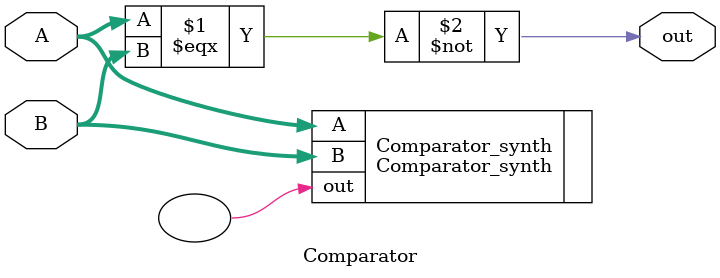
<source format=sv>
module Comparator (A,B,out);
input [191:0] A;
input [191:0] B;
output        out;

    assign out = ~(A === B);

    // For Power estimation only
    Comparator_synth Comparator_synth(
        .A    (A),
        .B    (B),
        .out  ()
    );

endmodule
</source>
